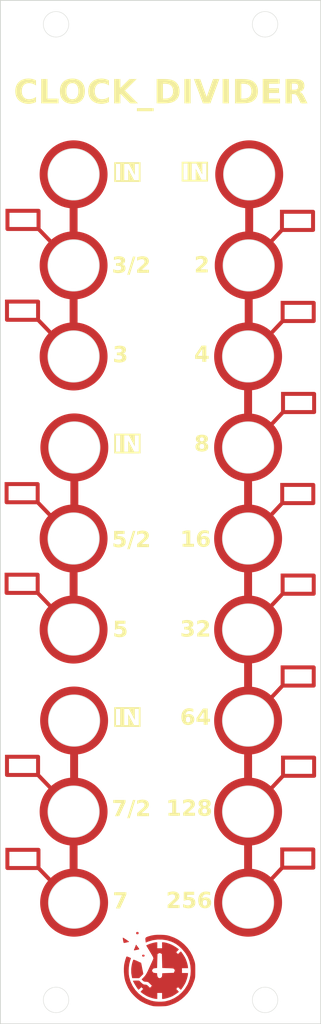
<source format=kicad_pcb>
(kicad_pcb (version 20241229) (generator "pcbnew") (generator_version "9.0")
  (layers (0 "F.Cu" signal) (2 "B.Cu" signal) (13 "F.Paste" user) (15 "B.Paste" user) (5 "F.SilkS" user "F.Silkscreen") (7 "B.SilkS" user "B.Silkscreen") (1 "F.Mask" user) (3 "B.Mask" user) (25 "Edge.Cuts" user))
  (net 0 "")
  (footprint "LOGO" (layer "F.Cu") (at 47.0916 145.6944)
    (property "Reference" "G***" (hide yes))
    (property "Value" "LOGO" (hide yes))
    (fp_poly (pts (xy -2.699069 -4.847153) (xy -2.659832 -4.788596) (xy -2.655227 -4.709271) (xy -2.667641 -4.602816) (xy -2.726198 -4.563579) (xy -2.805523 -4.558975) (xy -2.911978 -4.571389) (xy -2.951215 -4.629945) (xy -2.955819 -4.709271) (xy -2.943405 -4.815725) (xy -2.884849 -4.854962) (xy -2.805523 -4.859567)) (fill yes) (layer "F.Cu"))
    (fp_poly (pts (xy -1.946632 -1.990465) (xy -1.907337 -1.933164) (xy -1.903748 -1.878699) (xy -1.919924 -1.789189) (xy -1.988686 -1.756443) (xy -2.054044 -1.753452) (xy -2.161456 -1.766932) (xy -2.200751 -1.824234) (xy -2.20434 -1.878699) (xy -2.188164 -1.968209) (xy -2.119402 -2.000954) (xy -2.054044 -2.003945)) (fill yes) (layer "F.Cu"))
    (fp_poly (pts (xy -2.755262 -2.986476) (xy -2.653076 -2.844369) (xy -2.584321 -2.735494) (xy -2.562627 -2.681616) (xy -2.563468 -2.680188) (xy -2.620333 -2.659368) (xy -2.74807 -2.626217) (xy -2.919256 -2.587841) (xy -2.922717 -2.587115) (xy -3.099113 -2.551636) (xy -3.197133 -2.539263) (xy -3.236232 -2.551444) (xy -3.235861 -2.589625) (xy -3.229829 -2.609958) (xy -3.195383 -2.705728) (xy -3.136975 -2.856752) (xy -3.084856 -2.986838) (xy -2.969538 -3.270282)) (fill yes) (layer "F.Cu"))
    (fp_poly (pts (xy -3.246263 -1.368293) (xy -3.1187 -1.32823) (xy -2.942951 -1.257659) (xy -2.797635 -1.19179) (xy -2.329586 -0.97005) (xy -2.19235 -0.27314) (xy -2.055113 0.42377) (xy -2.315885 0.687821) (xy -2.576657 0.951873) (xy -3.0148 0.951873) (xy -3.452943 0.951873) (xy -3.500996 0.764003) (xy -3.576617 0.308669) (xy -3.584436 -0.17593) (xy -3.560187 -0.429534) (xy -3.51802 -0.681158) (xy -3.463911 -0.926278) (xy -3.404477 -1.140498) (xy -3.346332 -1.299419) (xy -3.304988 -1.370571)) (fill yes) (layer "F.Cu"))
    (fp_poly (pts (xy -4.592498 -4.126714) (xy -4.480344 -4.064403) (xy -4.323238 -3.966986) (xy -4.205014 -3.889415) (xy -4.019517 -3.763055) (xy -3.908568 -3.679774) (xy -3.862055 -3.629062) (xy -3.869864 -3.600407) (xy -3.912469 -3.585356) (xy -4.116079 -3.539621) (xy -4.30088 -3.499537) (xy -4.441157 -3.470557) (xy -4.511198 -3.458136) (xy -4.512741 -3.45803) (xy -4.535577 -3.502554) (xy -4.567773 -3.620517) (xy -4.602403 -3.786495) (xy -4.602763 -3.788447) (xy -4.630427 -3.958821) (xy -4.644135 -4.086249) (xy -4.640949 -4.14301)) (fill yes) (layer "F.Cu"))
    (fp_poly (pts (xy 0.222835 -4.496271) (xy 0.538846 -4.480007) (xy 0.78723 -4.455538) (xy 1.000499 -4.417974) (xy 1.211167 -4.362425) (xy 1.302564 -4.33389) (xy 1.819773 -4.142426) (xy 2.268067 -3.918595) (xy 2.677666 -3.644572) (xy 3.078791 -3.302532) (xy 3.124225 -3.259484) (xy 3.524797 -2.830115) (xy 3.85287 -2.371415) (xy 4.122215 -1.861181) (xy 4.338222 -1.302565) (xy 4.389935 -1.141583) (xy 4.427279 -1.003013) (xy 4.452582 -0.865467) (xy 4.468169 -0.707563) (xy 4.476367 -0.507914) (xy 4.479503 -0.245137) (xy 4.479933 -0.000001) (xy 4.47903 0.322645) (xy 4.474771 0.566484) (xy 4.464828 0.752901) (xy 4.446876 0.90328) (xy 4.418587 1.039007) (xy 4.377636 1.181467) (xy 4.338222 1.302564) (xy 4.112278 1.883116) (xy 3.840823 2.390832) (xy 3.510084 2.847914) (xy 3.124225 3.259483) (xy 2.725117 3.607897) (xy 2.321018 3.887277) (xy 1.881849 4.115376) (xy 1.377531 4.309948) (xy 1.302564 4.334697) (xy 1.118455 4.390839) (xy 0.952706 4.430444) (xy 0.779221 4.456917) (xy 0.571902 4.473663) (xy 0.304653 4.484087) (xy 0.125246 4.488305) (xy -0.159503 4.490728) (xy -0.427281 4.486828) (xy -0.653275 4.477395) (xy -0.81267 4.463221) (xy -0.848236 4.457265) (xy -1.327787 4.326605) (xy -1.818268 4.138841) (xy -2.278504 3.911245) (xy -2.55503 3.741284) (xy -2.787045 3.563144) (xy -3.047249 3.330513) (xy -3.307127 3.071509) (xy -3.538161 2.814248) (xy -3.681928 2.630177) (xy -3.972755 2.164278) (xy -4.208524 1.654512) (xy -4.33389 1.302564) (xy -4.414098 0.97691) (xy -4.4712 0.587083) (xy -4.503128 0.166876) (xy -4.507812 -0.249921) (xy -4.483184 -0.629516) (xy -4.461481 -0.782119) (xy -4.41777 -0.9944) (xy -4.360146 -1.221728) (xy -4.296315 -1.438768) (xy -4.23398 -1.620186) (xy -4.180846 -1.740645) (xy -4.16142 -1.768815) (xy -4.097214 -1.772657) (xy -3.956694 -1.726781) (xy -3.736233 -1.62988) (xy -3.617792 -1.573098) (xy -3.626106 -1.526083) (xy -3.660736 -1.406905) (xy -3.715001 -1.238007) (xy -3.737393 -1.17131) (xy -3.826869 -0.819431) (xy -3.883386 -0.408912) (xy -3.90501 0.023614) (xy -3.889805 0.441514) (xy -3.840803 0.785451) (xy -3.665951 1.375702) (xy -3.405661 1.924474) (xy -3.068085 2.423569) (xy -2.661374 2.864788) (xy -2.193679 3.239931) (xy -1.673152 3.5408) (xy -1.107945 3.759196) (xy -0.808469 3.835469) (xy -0.50122 3.880414) (xy -0.138952 3.902361) (xy 0.235719 3.900821) (xy 0.580175 3.87531) (xy 0.729753 3.853046) (xy 1.296443 3.699199) (xy 1.836023 3.455961) (xy 2.336603 3.132974) (xy 2.78629 2.739882) (xy 3.173193 2.286329) (xy 3.48542 1.781956) (xy 3.607447 1.519427) (xy 3.776406 1.035618) (xy 3.873126 0.554672) (xy 3.905844 0.034672) (xy 3.905952 -0.000001) (xy 3.864675 -0.61885) (xy 3.738535 -1.189215) (xy 3.524068 -1.719383) (xy 3.21781 -2.217644) (xy 2.816299 -2.692287) (xy 2.754807 -2.754808) (xy 2.415418 -3.069013) (xy 2.087949 -3.314217) (xy 1.740991 -3.511764) (xy 1.45109 -3.64068) (xy 0.908226 -3.809036) (xy 0.330415 -3.895747) (xy -0.259761 -3.900803) (xy -0.839718 -3.824192) (xy -1.386875 -3.665904) (xy -1.447578 -3.642099) (xy -1.74931 -3.520224) (xy -1.780943 -3.731164) (xy -1.80462 -3.940919) (xy -1.789365 -4.079056) (xy -1.720077 -4.171281) (xy -1.581656 -4.243299) (xy -1.452861 -4.289627) (xy -1.081773 -4.398048) (xy -0.715206 -4.466541) (xy -0.321469 -4.499013) (xy 0.13113 -4.499374)) (fill yes) (layer "F.Cu"))
    (fp_poly (pts (xy -0.300592 -3.181263) (xy -0.300592 -2.805523) (xy -0.000001 -2.805523) (xy 0.300591 -2.805523) (xy 0.300591 -3.181263) (xy 0.300591 -3.557003) (xy 0.440361 -3.557003) (xy 0.632612 -3.535528) (xy 0.882148 -3.477156) (xy 1.157227 -3.390965) (xy 1.426106 -3.286034) (xy 1.492864 -3.255974) (xy 1.653556 -3.173712) (xy 1.83728 -3.068293) (xy 2.023732 -2.952927) (xy 2.192602 -2.840821) (xy 2.323585 -2.745183) (xy 2.396374 -2.679222) (xy 2.404733 -2.662878) (xy 2.372916 -2.613421) (xy 2.292383 -2.520334) (xy 2.243967 -2.46908) (xy 2.083201 -2.303211) (xy 2.193206 -2.193207) (xy 2.30321 -2.083202) (xy 2.469079 -2.243968) (xy 2.573369 -2.339693) (xy 2.646734 -2.39724) (xy 2.662877 -2.404734) (xy 2.70828 -2.365037) (xy 2.790496 -2.259856) (xy 2.895512 -2.110054) (xy 3.009315 -1.936497) (xy 3.11789 -1.760049) (xy 3.207226 -1.601575) (xy 3.223497 -1.570023) (xy 3.310504 -1.371144) (xy 3.396486 -1.130547) (xy 3.472188 -0.879606) (xy 3.528357 -0.649694) (xy 3.555739 -0.472186) (xy 3.557001 -0.43937) (xy 3.557001 -0.300592) (xy 3.181262 -0.300592) (xy 2.805522 -0.300592) (xy 2.805522 -0.000001) (xy 2.805522 0.300591) (xy 3.181262 0.300591) (xy 3.557001 0.300591) (xy 3.557001 0.439369) (xy 3.538354 0.598681) (xy 3.488582 0.818319) (xy 3.416939 1.06691) (xy 3.33268 1.313081) (xy 3.245059 1.525457) (xy 3.223497 1.570022) (xy 3.140533 1.721451) (xy 3.035123 1.895627) (xy 2.921281 2.071686) (xy 2.813018 2.228764) (xy 2.724349 2.345995) (xy 2.669287 2.402515) (xy 2.662877 2.404733) (xy 2.61342 2.372916) (xy 2.520333 2.292383) (xy 2.469079 2.243967) (xy 2.30321 2.083201) (xy 2.193206 2.193206) (xy 2.083201 2.30321) (xy 2.243967 2.469079) (xy 2.339691 2.573369) (xy 2.397239 2.646734) (xy 2.404733 2.662877) (xy 2.365036 2.70828) (xy 2.259854 2.790496) (xy 2.110053 2.895512) (xy 1.936496 3.009315) (xy 1.760048 3.11789) (xy 1.601574 3.207226) (xy 1.570022 3.223497) (xy 1.371143 3.310504) (xy 1.130546 3.396486) (xy 0.879605 3.472188) (xy 0.649693 3.528357) (xy 0.472185 3.555739) (xy 0.439369 3.557001) (xy 0.300591 3.557001) (xy 0.300591 3.181262) (xy 0.300591 2.805522) (xy -0.000001 2.805522) (xy -0.300592 2.805522) (xy -0.300592 3.181262) (xy -0.300592 3.557001) (xy -0.463413 3.554317) (xy -0.591204 3.538491) (xy -0.776317 3.499283) (xy -0.980959 3.444814) (xy -1.001973 3.438561) (xy -1.221077 3.366049) (xy -1.43626 3.284041) (xy -1.601415 3.210124) (xy -1.603156 3.209228) (xy -1.746379 3.128842) (xy -1.914008 3.025169) (xy -2.084781 2.912701) (xy -2.237435 2.805931) (xy -2.35071 2.71935) (xy -2.403341 2.66745) (xy -2.404734 2.662877) (xy -2.372917 2.61342) (xy -2.292384 2.520333) (xy -2.243968 2.469079) (xy -2.083202 2.30321) (xy -2.193207 2.193206) (xy -2.303211 2.083201) (xy -2.46908 2.243967) (xy -2.57337 2.339691) (xy -2.646735 2.397239) (xy -2.662878 2.404733) (xy -2.71133 2.364048) (xy -2.795295 2.255327) (xy -2.902446 2.098572) (xy -3.020453 1.913786) (xy -3.13699 1.72097) (xy -3.239728 1.540126) (xy -3.316339 1.391257) (xy -3.354495 1.294364) (xy -3.356608 1.27918) (xy -3.310556 1.266524) (xy -3.188558 1.257109) (xy -3.014856 1.252623) (xy -2.973184 1.252465) (xy -2.589761 1.252465) (xy -2.324901 1.502958) (xy -2.176165 1.636748) (xy -2.065185 1.712586) (xy -1.961842 1.746227) (xy -1.84602 1.753451) (xy -1.706743 1.764791) (xy -1.594912 1.811345) (xy -1.471388 1.911913) (xy -1.426825 1.954813) (xy -1.221652 2.156176) (xy -1.102148 2.02897) (xy -0.982644 1.901764) (xy -1.228394 1.652262) (xy -1.36419 1.519839) (xy -1.46512 1.445016) (xy -1.563963 1.41148) (xy -1.693496 1.402914) (xy -1.729671 1.402761) (xy -1.897769 1.393256) (xy -2.011476 1.353439) (xy -2.115706 1.266356) (xy -2.129971 1.251652) (xy -2.274742 1.100543) (xy -1.995423 0.813289) (xy -1.89027 0.699042) (xy -1.797196 0.580574) (xy -1.706536 0.441299) (xy -1.608623 0.264634) (xy -1.493791 0.033991) (xy -1.464441 -0.028521) (xy -0.948713 -0.028521) (xy -0.938672 0.060625) (xy -0.900181 0.137771) (xy -0.833518 0.225995) (xy -0.737141 0.274375) (xy -0.575987 0.300445) (xy -0.57454 0.300591) (xy -0.325642 0.32564) (xy -0.310411 0.562664) (xy -0.264649 0.766714) (xy -0.163198 0.899786) (xy -0.014294 0.951553) (xy -0.000001 0.951873) (xy 0.09892 0.924449) (xy 0.18654 0.87578) (xy 0.263894 0.787336) (xy 0.3029 0.642856) (xy 0.310409 0.562664) (xy 0.32564 0.32564) (xy 1.051514 0.300591) (xy 1.777387 0.275542) (xy 1.84793 0.128112) (xy 1.891342 0.009684) (xy 1.877906 -0.085007) (xy 1.846693 -0.147431) (xy 1.815382 -0.19751) (xy 1.775714 -0.233129) (xy 1.710951 -0.257506) (xy 1.604356 -0.273861) (xy 1.439193 -0.285413) (xy 1.198722 -0.295379) (xy 1.050276 -0.300592) (xy 0.32564 -0.325642) (xy 0.300591 -1.200543) (xy 0.275542 -2.075444) (xy 0.137771 -2.152417) (xy 0.02872 -2.201113) (xy -0.060058 -2.191284) (xy -0.137772 -2.152417) (xy -0.275543 -2.075444) (xy -0.300592 -1.200543) (xy -0.325642 -0.325642) (xy -0.57454 -0.300592) (xy -0.736275 -0.274617) (xy -0.832985 -0.226455) (xy -0.899735 -0.138572) (xy -0.900181 -0.137772) (xy -0.948713 -0.028521) (xy -1.464441 -0.028521) (xy -1.352373 -0.267215) (xy -1.302436 -0.37574) (xy -1.170523 -0.663849) (xy -1.049059 -0.930159) (xy -0.94576 -1.157669) (xy -0.868342 -1.329379) (xy -0.824524 -1.428291) (xy -0.822865 -1.432167) (xy -0.801471 -1.490026) (xy -0.794812 -1.547317) (xy -0.808899 -1.617978) (xy -0.849744 -1.715946) (xy -0.923359 -1.85516) (xy -1.035757 -2.049559) (xy -1.192948 -2.31308) (xy -1.228049 -2.371573) (xy -1.699137 -3.156328) (xy -1.505974 -3.254873) (xy -1.33843 -3.326613) (xy -1.120249 -3.401657) (xy -0.884079 -3.470756) (xy -0.662565 -3.524663) (xy -0.488355 -3.55413) (xy -0.43937 -3.557003) (xy -0.300592 -3.557003)) (fill yes) (layer "F.Cu"))
  )
  (footprint "LOGO" (layer "F.Cu") (at 47.0916 145.6944)
    (property "Reference" "G***" (hide yes))
    (property "Value" "LOGO" (hide yes))
  )
  (gr_rect (start 62.508074 84.71119) (end 66.419674 86.99719) (stroke (width 0.5)) (fill no) (layers "F.Cu" "F.Mask"))
  (gr_line (start 58.355 49.4934) (end 58.355 53.34) (stroke (width 1)) (layers "F.Cu" "F.Mask"))
  (gr_line (start 36.26 60.9234) (end 36.26 64.77) (stroke (width 1)) (layers "F.Cu" "F.Mask"))
  (gr_line (start 60.9092 134.4676) (end 62.508074 132.76799) (stroke (width 0.5)) (layers "F.Cu" "F.Mask"))
  (gr_circle (center 36.26 45.72) (end 40.0334 45.72) (stroke (width 1)) (fill no) (layers "F.Cu" "F.Mask"))
  (gr_line (start 61.0108 77.2668) (end 62.609674 75.56719) (stroke (width 0.5)) (layers "F.Cu" "F.Mask"))
  (gr_circle (center 36.26 68.58) (end 40.0334 68.58) (stroke (width 1)) (fill no) (layers "F.Cu" "F.Mask"))
  (gr_line (start 58.215 118.0734) (end 58.215 121.92) (stroke (width 1)) (layers "F.Cu" "F.Mask"))
  (gr_circle (center 36.355 80.01) (end 40.1284 80.01) (stroke (width 1)) (fill no) (layers "F.Cu" "F.Mask"))
  (gr_circle (center 36.26 91.44) (end 40.0334 91.44) (stroke (width 1)) (fill no) (layers "F.Cu" "F.Mask"))
  (gr_rect (start 62.609674 118.95039) (end 66.521274 121.23639) (stroke (width 0.5)) (fill no) (layers "F.Cu" "F.Mask"))
  (gr_rect (start 62.609674 73.28119) (end 66.521274 75.56719) (stroke (width 0.5)) (fill no) (layers "F.Cu" "F.Mask"))
  (gr_rect (start 62.558874 96.09039) (end 66.470474 98.37639) (stroke (width 0.5)) (fill no) (layers "F.Cu" "F.Mask"))
  (gr_circle (center 36.325 114.3) (end 40.0984 114.3) (stroke (width 1)) (fill no) (layers "F.Cu" "F.Mask"))
  (gr_rect (start 27.930378 130.527588) (end 31.841978 132.813588) (stroke (width 0.5)) (fill no) (layers "F.Cu" "F.Mask"))
  (gr_circle (center 58.29 57.15) (end 62.0634 57.15) (stroke (width 1)) (fill no) (layers "F.Cu" "F.Mask"))
  (gr_rect (start 27.879578 61.693588) (end 31.791178 63.979588) (stroke (width 0.5)) (fill no) (layers "F.Cu" "F.Mask"))
  (gr_circle (center 58.215 80.01) (end 61.9884 80.01) (stroke (width 1)) (fill no) (layers "F.Cu" "F.Mask"))
  (gr_circle (center 36.325 137.16) (end 40.0984 137.16) (stroke (width 1)) (fill no) (layers "F.Cu" "F.Mask"))
  (gr_line (start 60.96 100.076) (end 62.558874 98.37639) (stroke (width 0.5)) (layers "F.Cu" "F.Mask"))
  (gr_line (start 58.29 60.9234) (end 58.29 64.77) (stroke (width 1)) (layers "F.Cu" "F.Mask"))
  (gr_circle (center 36.26 102.87) (end 40.0334 102.87) (stroke (width 1)) (fill no) (layers "F.Cu" "F.Mask"))
  (gr_circle (center 36.26 57.15) (end 40.0334 57.15) (stroke (width 1)) (fill no) (layers "F.Cu" "F.Mask"))
  (gr_circle (center 58.215 125.73) (end 61.9884 125.73) (stroke (width 1)) (fill no) (layers "F.Cu" "F.Mask"))
  (gr_line (start 36.26 95.2134) (end 36.26 99.06) (stroke (width 1)) (layers "F.Cu" "F.Mask"))
  (gr_line (start 61.0108 122.936) (end 62.609674 121.23639) (stroke (width 0.5)) (layers "F.Cu" "F.Mask"))
  (gr_circle (center 36.26 125.73) (end 40.0334 125.73) (stroke (width 1)) (fill no) (layers "F.Cu" "F.Mask"))
  (gr_line (start 33.5788 122.9868) (end 31.785901 121.129588) (stroke (width 0.5)) (layers "F.Cu" "F.Mask"))
  (gr_line (start 58.215 95.2134) (end 58.215 99.06) (stroke (width 1)) (layers "F.Cu" "F.Mask"))
  (gr_rect (start 27.94 50.292) (end 31.8516 52.578) (stroke (width 0.5)) (fill no) (layers "F.Cu" "F.Mask"))
  (gr_line (start 36.26 49.4934) (end 36.26 53.34) (stroke (width 1)) (layers "F.Cu" "F.Mask"))
  (gr_line (start 58.215 106.6434) (end 58.215 110.49) (stroke (width 1)) (layers "F.Cu" "F.Mask"))
  (gr_line (start 58.215 129.5034) (end 58.215 133.35) (stroke (width 1)) (layers "F.Cu" "F.Mask"))
  (gr_line (start 36.355 83.7834) (end 36.355 87.63) (stroke (width 1)) (layers "F.Cu" "F.Mask"))
  (gr_line (start 58.215 72.3534) (end 58.215 76.2) (stroke (width 1)) (layers "F.Cu" "F.Mask"))
  (gr_line (start 36.325 118.0734) (end 36.325 121.92) (stroke (width 1)) (layers "F.Cu" "F.Mask"))
  (gr_rect (start 27.828778 95.983588) (end 31.740378 98.269588) (stroke (width 0.5)) (fill no) (layers "F.Cu" "F.Mask"))
  (gr_line (start 60.96 111.6076) (end 62.558874 109.90799) (stroke (width 0.5)) (layers "F.Cu" "F.Mask"))
  (gr_rect (start 27.879578 118.843588) (end 31.791178 121.129588) (stroke (width 0.5)) (fill no) (layers "F.Cu" "F.Mask"))
  (gr_line (start 60.875504 54.401598) (end 62.474378 52.701988) (stroke (width 0.5)) (layers "F.Cu" "F.Mask"))
  (gr_circle (center 58.215 102.87) (end 61.9884 102.87) (stroke (width 1)) (fill no) (layers "F.Cu" "F.Mask"))
  (gr_rect (start 27.828778 84.604388) (end 31.740378 86.890388) (stroke (width 0.5)) (fill no) (layers "F.Cu" "F.Mask"))
  (gr_line (start 33.528 88.7476) (end 31.735101 86.890388) (stroke (width 0.5)) (layers "F.Cu" "F.Mask"))
  (gr_circle (center 58.215 91.44) (end 61.9884 91.44) (stroke (width 1)) (fill no) (layers "F.Cu" "F.Mask"))
  (gr_line (start 58.215 83.7834) (end 58.215 87.63) (stroke (width 1)) (layers "F.Cu" "F.Mask"))
  (gr_line (start 60.96 65.8368) (end 62.558874 64.13719) (stroke (width 0.5)) (layers "F.Cu" "F.Mask"))
  (gr_line (start 36.26 129.5034) (end 36.26 133.35) (stroke (width 1)) (layers "F.Cu" "F.Mask"))
  (gr_line (start 60.9092 88.6968) (end 62.508074 86.99719) (stroke (width 0.5)) (layers "F.Cu" "F.Mask"))
  (gr_circle (center 58.215 137.16) (end 61.9884 137.16) (stroke (width 1)) (fill no) (layers "F.Cu" "F.Mask"))
  (gr_line (start 33.5788 65.8368) (end 31.785901 63.979588) (stroke (width 0.5)) (layers "F.Cu" "F.Mask"))
  (gr_rect (start 62.558874 61.85119) (end 66.470474 64.13719) (stroke (width 0.5)) (fill no) (layers "F.Cu" "F.Mask"))
  (gr_line (start 33.6296 134.6708) (end 31.836701 132.813588) (stroke (width 0.5)) (layers "F.Cu" "F.Mask"))
  (gr_line (start 33.528 100.1268) (end 31.735101 98.269588) (stroke (width 0.5)) (layers "F.Cu" "F.Mask"))
  (gr_rect (start 62.508074 130.48199) (end 66.419674 132.76799) (stroke (width 0.5)) (fill no) (layers "F.Cu" "F.Mask"))
  (gr_rect (start 62.474378 50.415988) (end 66.385978 52.701988) (stroke (width 0.5)) (fill no) (layers "F.Cu" "F.Mask"))
  (gr_circle (center 58.215 68.58) (end 61.9884 68.58) (stroke (width 1)) (fill no) (layers "F.Cu" "F.Mask"))
  (gr_circle (center 58.355 45.72) (end 62.1284 45.72) (stroke (width 1)) (fill no) (layers "F.Cu" "F.Mask"))
  (gr_circle (center 58.215 114.3) (end 61.9884 114.3) (stroke (width 1)) (fill no) (layers "F.Cu" "F.Mask"))
  (gr_rect (start 62.558874 107.62199) (end 66.470474 109.90799) (stroke (width 0.5)) (fill no) (layers "F.Cu" "F.Mask"))
  (gr_line (start 33.639222 54.435212) (end 31.846323 52.578) (stroke (width 0.5)) (layers "F.Cu" "F.Mask"))
  (gr_circle (center 36.26 91.44) (end 39.46 91.44) (stroke (width 0.05)) (fill no) (layer "Edge.Cuts"))
  (gr_circle (center 58.355 45.72) (end 61.555 45.72) (stroke (width 0.05)) (fill no) (layer "Edge.Cuts"))
  (gr_circle (center 58.215 114.3) (end 61.415 114.3) (stroke (width 0.05)) (fill no) (layer "Edge.Cuts"))
  (gr_circle (center 60.351 26.876) (end 58.751 26.876) (stroke (width 0.05)) (fill no) (layer "Edge.Cuts"))
  (gr_circle (center 36.26 125.73) (end 39.46 125.73) (stroke (width 0.05)) (fill no) (layer "Edge.Cuts"))
  (gr_circle (center 58.215 102.87) (end 61.415 102.87) (stroke (width 0.05)) (fill no) (layer "Edge.Cuts"))
  (gr_circle (center 34.051 26.876) (end 35.651 26.876) (stroke (width 0.05)) (fill no) (layer "Edge.Cuts"))
  (gr_circle (center 36.26 102.87) (end 39.46 102.87) (stroke (width 0.05)) (fill no) (layer "Edge.Cuts"))
  (gr_circle (center 36.26 57.15) (end 39.46 57.15) (stroke (width 0.05)) (fill no) (layer "Edge.Cuts"))
  (gr_circle (center 58.215 68.58) (end 61.415 68.58) (stroke (width 0.05)) (fill no) (layer "Edge.Cuts"))
  (gr_circle (center 60.351 149.376) (end 58.751 149.376) (stroke (width 0.05)) (fill no) (layer "Edge.Cuts"))
  (gr_circle (center 58.215 91.44) (end 61.415 91.44) (stroke (width 0.05)) (fill no) (layer "Edge.Cuts"))
  (gr_circle (center 36.325 114.3) (end 39.525 114.3) (stroke (width 0.05)) (fill no) (layer "Edge.Cuts"))
  (gr_circle (center 58.215 137.16) (end 61.415 137.16) (stroke (width 0.05)) (fill no) (layer "Edge.Cuts"))
  (gr_rect (start 27.051 23.876) (end 67.351 152.376) (stroke (width 0.1)) (fill no) (layer "Edge.Cuts"))
  (gr_circle (center 58.215 125.73) (end 61.415 125.73) (stroke (width 0.05)) (fill no) (layer "Edge.Cuts"))
  (gr_circle (center 36.26 45.72) (end 39.46 45.72) (stroke (width 0.05)) (fill no) (layer "Edge.Cuts"))
  (gr_circle (center 36.355 80.01) (end 39.555 80.01) (stroke (width 0.05)) (fill no) (layer "Edge.Cuts"))
  (gr_circle (center 58.215 80.01) (end 61.415 80.01) (stroke (width 0.05)) (fill no) (layer "Edge.Cuts"))
  (gr_circle (center 58.29 57.15) (end 61.49 57.15) (stroke (width 0.05)) (fill no) (layer "Edge.Cuts"))
  (gr_circle (center 36.325 137.16) (end 39.525 137.16) (stroke (width 0.05)) (fill no) (layer "Edge.Cuts"))
  (gr_circle (center 34.051 149.376) (end 35.651 149.376) (stroke (width 0.05)) (fill no) (layer "Edge.Cuts"))
  (gr_circle (center 36.26 68.58) (end 39.46 68.58) (stroke (width 0.05)) (fill no) (layer "Edge.Cuts"))
  (gr_text "128" (at 50.8 125.4252 0) (layer "F.SilkS") (effects (font (size 2 2) (thickness 0.3) (bold yes))))
  (gr_text "CLOCK_DIVIDER" (at 47.244 35.56 0) (layer "F.SilkS") (effects (font (size 3 3) (thickness 0.3) (bold yes))))
  (gr_text "5/2" (at 43.522925 91.694 0) (layer "F.SilkS") (effects (font (size 2 2) (thickness 0.3) (bold yes))))
  (gr_text "3" (at 42.145395 68.4784 0) (layer "F.SilkS") (effects (font (size 2 2) (thickness 0.3) (bold yes))))
  (gr_text "7/2" (at 43.522925 125.476 0) (layer "F.SilkS") (effects (font (size 2 2) (thickness 0.3) (bold yes))))
  (gr_text "16" (at 51.60014 91.6432 0) (layer "F.SilkS") (effects (font (size 2 2) (thickness 0.3) (bold yes))))
  (gr_text "2" (at 52.400279 57.2008 0) (layer "F.SilkS") (effects (font (size 2 2) (thickness 0.3) (bold yes))))
  (gr_text "IN" (at 43.0276 79.7052 0) (layer "F.SilkS" knockout) (effects (font (size 2 2) (thickness 0.3) (bold yes))))
  (gr_text "32" (at 51.60014 102.9208 0) (layer "F.SilkS") (effects (font (size 2 2) (thickness 0.3) (bold yes))))
  (gr_text "256" (at 50.8 137.0076 0) (layer "F.SilkS") (effects (font (size 2 2) (thickness 0.3) (bold yes))))
  (gr_text "4" (at 52.400279 68.4276 0) (layer "F.SilkS") (effects (font (size 2 2) (thickness 0.3) (bold yes))))
  (gr_text "3/2" (at 43.522925 57.2516 0) (layer "F.SilkS") (effects (font (size 2 2) (thickness 0.3) (bold yes))))
  (gr_text "64" (at 51.60014 113.9952 0) (layer "F.SilkS") (effects (font (size 2 2) (thickness 0.3) (bold yes))))
  (gr_text "7" (at 42.145395 137.0584 0) (layer "F.SilkS") (effects (font (size 2 2) (thickness 0.3) (bold yes))))
  (gr_text "5" (at 42.145395 102.9716 0) (layer "F.SilkS") (effects (font (size 2 2) (thickness 0.3) (bold yes))))
  (gr_text "IN" (at 51.518074 45.5676 0) (layer "F.SilkS" knockout) (effects (font (size 2 2) (thickness 0.3) (bold yes))))
  (gr_text "IN" (at 43.0276 45.6184 0) (layer "F.SilkS" knockout) (effects (font (size 2 2) (thickness 0.3) (bold yes))))
  (gr_text "IN" (at 43.0276 114.046 0) (layer "F.SilkS" knockout) (effects (font (size 2 2) (thickness 0.3) (bold yes))))
  (gr_text "8" (at 52.400279 79.6544 0) (layer "F.SilkS") (effects (font (size 2 2) (thickness 0.3) (bold yes))))
)
</source>
